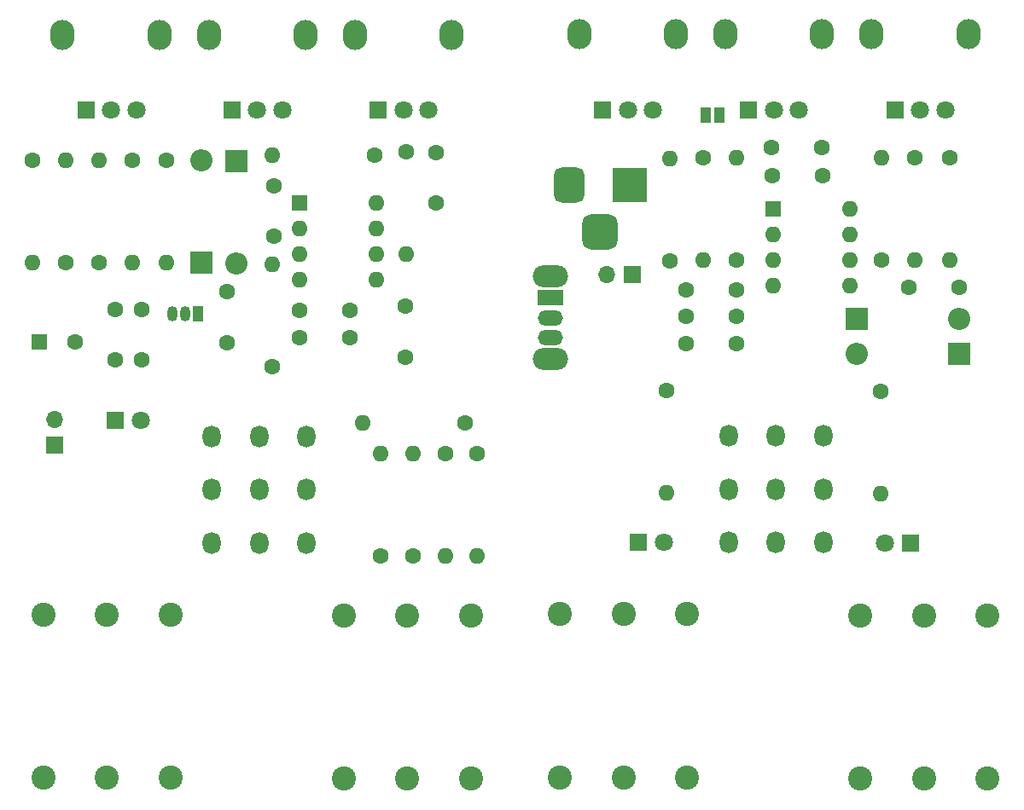
<source format=gbr>
%TF.GenerationSoftware,KiCad,Pcbnew,8.0.3*%
%TF.CreationDate,2024-10-06T14:44:46+03:00*%
%TF.ProjectId,DistorsionPedals,44697374-6f72-4736-996f-6e506564616c,rev?*%
%TF.SameCoordinates,Original*%
%TF.FileFunction,Soldermask,Top*%
%TF.FilePolarity,Negative*%
%FSLAX46Y46*%
G04 Gerber Fmt 4.6, Leading zero omitted, Abs format (unit mm)*
G04 Created by KiCad (PCBNEW 8.0.3) date 2024-10-06 14:44:46*
%MOMM*%
%LPD*%
G01*
G04 APERTURE LIST*
G04 Aperture macros list*
%AMRoundRect*
0 Rectangle with rounded corners*
0 $1 Rounding radius*
0 $2 $3 $4 $5 $6 $7 $8 $9 X,Y pos of 4 corners*
0 Add a 4 corners polygon primitive as box body*
4,1,4,$2,$3,$4,$5,$6,$7,$8,$9,$2,$3,0*
0 Add four circle primitives for the rounded corners*
1,1,$1+$1,$2,$3*
1,1,$1+$1,$4,$5*
1,1,$1+$1,$6,$7*
1,1,$1+$1,$8,$9*
0 Add four rect primitives between the rounded corners*
20,1,$1+$1,$2,$3,$4,$5,0*
20,1,$1+$1,$4,$5,$6,$7,0*
20,1,$1+$1,$6,$7,$8,$9,0*
20,1,$1+$1,$8,$9,$2,$3,0*%
G04 Aperture macros list end*
%ADD10R,3.500000X3.500000*%
%ADD11RoundRect,0.750000X-0.750000X-1.000000X0.750000X-1.000000X0.750000X1.000000X-0.750000X1.000000X0*%
%ADD12RoundRect,0.875000X-0.875000X-0.875000X0.875000X-0.875000X0.875000X0.875000X-0.875000X0.875000X0*%
%ADD13O,1.800000X2.200000*%
%ADD14C,2.400000*%
%ADD15R,1.700000X1.700000*%
%ADD16O,1.700000X1.700000*%
%ADD17C,1.600000*%
%ADD18O,1.600000X1.600000*%
%ADD19O,2.400000X3.000000*%
%ADD20R,1.800000X1.800000*%
%ADD21C,1.800000*%
%ADD22R,2.200000X2.200000*%
%ADD23O,2.200000X2.200000*%
%ADD24R,1.050000X1.500000*%
%ADD25O,1.050000X1.500000*%
%ADD26R,1.600000X1.600000*%
%ADD27O,3.500000X2.200000*%
%ADD28R,2.500000X1.500000*%
%ADD29O,2.500000X1.500000*%
%ADD30R,1.000000X1.500000*%
G04 APERTURE END LIST*
D10*
%TO.C,J1*%
X97212479Y-93299589D03*
D11*
X91212479Y-93299589D03*
D12*
X94212479Y-97999589D03*
%TD*%
D13*
%TO.C,SW1*%
X55731157Y-118254446D03*
X60431157Y-118254446D03*
X65131157Y-118254446D03*
X55731157Y-123554446D03*
X60431157Y-123554446D03*
X65131157Y-123554446D03*
X55731157Y-128854446D03*
X60431157Y-128854446D03*
X65131157Y-128854446D03*
%TD*%
D14*
%TO.C,J2*%
X81431157Y-136054446D03*
X81431157Y-152254446D03*
X68831157Y-152254446D03*
X68831157Y-136054446D03*
X75131157Y-152254446D03*
X75131157Y-136054446D03*
%TD*%
D15*
%TO.C,J2*%
X40156157Y-119104446D03*
D16*
X40156157Y-116564446D03*
%TD*%
D17*
%TO.C,R10*%
X72431157Y-130154446D03*
D18*
X72431157Y-119994446D03*
%TD*%
D17*
%TO.C,C1*%
X48731157Y-110654446D03*
X48731157Y-105654446D03*
%TD*%
D19*
%TO.C,RV2*%
X55431157Y-78379446D03*
X65031157Y-78379446D03*
D20*
X57731157Y-85879446D03*
D21*
X60231157Y-85879446D03*
X62731157Y-85879446D03*
%TD*%
D17*
%TO.C,R7*%
X61691157Y-111354446D03*
D18*
X61691157Y-101194446D03*
%TD*%
D17*
%TO.C,R6*%
X47831157Y-90854446D03*
D18*
X47831157Y-101014446D03*
%TD*%
D17*
%TO.C,C3*%
X64441157Y-108464446D03*
X69441157Y-108464446D03*
%TD*%
%TO.C,R8*%
X51191157Y-90864446D03*
D18*
X51191157Y-101024446D03*
%TD*%
D22*
%TO.C,D2*%
X58171157Y-90924446D03*
D23*
X58171157Y-101084446D03*
%TD*%
D17*
%TO.C,C7*%
X64411157Y-105754446D03*
X69411157Y-105754446D03*
%TD*%
D24*
%TO.C,Q1*%
X54331157Y-106054446D03*
D25*
X53061157Y-106054446D03*
X51791157Y-106054446D03*
%TD*%
D20*
%TO.C,D3*%
X46131157Y-116654446D03*
D21*
X48671157Y-116654446D03*
%TD*%
D19*
%TO.C,RV1*%
X40931157Y-78379446D03*
X50531157Y-78379446D03*
D20*
X43231157Y-85879446D03*
D21*
X45731157Y-85879446D03*
X48231157Y-85879446D03*
%TD*%
D17*
%TO.C,R3*%
X44531157Y-101034446D03*
D18*
X44531157Y-90874446D03*
%TD*%
D17*
%TO.C,R5*%
X37931157Y-90874446D03*
D18*
X37931157Y-101034446D03*
%TD*%
D14*
%TO.C,J1*%
X39031157Y-152154446D03*
X39031157Y-135954446D03*
X51631157Y-135954446D03*
X51631157Y-152154446D03*
X45331157Y-135954446D03*
X45331157Y-152154446D03*
%TD*%
D17*
%TO.C,R4*%
X41231157Y-101034446D03*
D18*
X41231157Y-90874446D03*
%TD*%
D17*
%TO.C,C9*%
X78011157Y-90064446D03*
X78011157Y-95064446D03*
%TD*%
D19*
%TO.C,RV3*%
X69931157Y-78379446D03*
X79531157Y-78379446D03*
D20*
X72231157Y-85879446D03*
D21*
X74731157Y-85879446D03*
X77231157Y-85879446D03*
%TD*%
D17*
%TO.C,R9*%
X71881157Y-90344446D03*
D18*
X61721157Y-90344446D03*
%TD*%
D17*
%TO.C,R1*%
X75651157Y-130124446D03*
D18*
X75651157Y-119964446D03*
%TD*%
D17*
%TO.C,R11*%
X75031157Y-90034446D03*
D18*
X75031157Y-100194446D03*
%TD*%
D17*
%TO.C,R12*%
X80871157Y-116914446D03*
D18*
X70711157Y-116914446D03*
%TD*%
D26*
%TO.C,C2*%
X38631157Y-108854446D03*
D17*
X42131157Y-108854446D03*
%TD*%
%TO.C,C6*%
X61861157Y-98424446D03*
X61861157Y-93424446D03*
%TD*%
D22*
%TO.C,D1*%
X54651157Y-101054446D03*
D23*
X54651157Y-90894446D03*
%TD*%
D17*
%TO.C,C8*%
X74891157Y-110374446D03*
X74891157Y-105374446D03*
%TD*%
%TO.C,C5*%
X57271157Y-103934446D03*
X57271157Y-108934446D03*
%TD*%
D26*
%TO.C,U1*%
X64461157Y-95054446D03*
D18*
X64461157Y-97594446D03*
X64461157Y-100134446D03*
X64461157Y-102674446D03*
X72081157Y-102674446D03*
X72081157Y-100134446D03*
X72081157Y-97594446D03*
X72081157Y-95054446D03*
%TD*%
D17*
%TO.C,R13*%
X82031157Y-119974446D03*
D18*
X82031157Y-130134446D03*
%TD*%
D17*
%TO.C,C4*%
X46131157Y-105654446D03*
X46131157Y-110654446D03*
%TD*%
%TO.C,R2*%
X78891157Y-119994446D03*
D18*
X78891157Y-130154446D03*
%TD*%
D27*
%TO.C,SW1*%
X89312479Y-102399589D03*
X89312479Y-110599589D03*
D28*
X89312479Y-104499589D03*
D29*
X89312479Y-106499589D03*
X89312479Y-108499589D03*
%TD*%
D14*
%TO.C,J2*%
X132687351Y-136024716D03*
X132687351Y-152224716D03*
X120087351Y-152224716D03*
X120087351Y-136024716D03*
X126387351Y-152224716D03*
X126387351Y-136024716D03*
%TD*%
D17*
%TO.C,R6*%
X128912479Y-90619589D03*
D18*
X128912479Y-100779589D03*
%TD*%
D19*
%TO.C,RV3*%
X121187351Y-78349716D03*
X130787351Y-78349716D03*
D20*
X123487351Y-85849716D03*
D21*
X125987351Y-85849716D03*
X128487351Y-85849716D03*
%TD*%
D14*
%TO.C,J1*%
X90287351Y-152124716D03*
X90287351Y-135924716D03*
X102887351Y-135924716D03*
X102887351Y-152124716D03*
X96587351Y-135924716D03*
X96587351Y-152124716D03*
%TD*%
D17*
%TO.C,R7*%
X122112479Y-113839589D03*
D18*
X122112479Y-123999589D03*
%TD*%
D17*
%TO.C,C2*%
X111312479Y-92399589D03*
X116312479Y-92399589D03*
%TD*%
%TO.C,R8*%
X100812479Y-113719589D03*
D18*
X100812479Y-123879589D03*
%TD*%
D20*
%TO.C,D3*%
X125052479Y-128899589D03*
D21*
X122512479Y-128899589D03*
%TD*%
D19*
%TO.C,RV2*%
X106687351Y-78349716D03*
X116287351Y-78349716D03*
D20*
X108987351Y-85849716D03*
D21*
X111487351Y-85849716D03*
X113987351Y-85849716D03*
%TD*%
D17*
%TO.C,R3*%
X101212479Y-100819589D03*
D18*
X101212479Y-90659589D03*
%TD*%
D22*
%TO.C,D2*%
X119712479Y-106599589D03*
D23*
X129872479Y-106599589D03*
%TD*%
D13*
%TO.C,SW2*%
X106987351Y-118224716D03*
X111687351Y-118224716D03*
X116387351Y-118224716D03*
X106987351Y-123524716D03*
X111687351Y-123524716D03*
X116387351Y-123524716D03*
X106987351Y-128824716D03*
X111687351Y-128824716D03*
X116387351Y-128824716D03*
%TD*%
D17*
%TO.C,C3*%
X116212479Y-89599589D03*
X111212479Y-89599589D03*
%TD*%
D26*
%TO.C,U1*%
X111412479Y-95699589D03*
D18*
X111412479Y-98239589D03*
X111412479Y-100779589D03*
X111412479Y-103319589D03*
X119032479Y-103319589D03*
X119032479Y-100779589D03*
X119032479Y-98239589D03*
X119032479Y-95699589D03*
%TD*%
D15*
%TO.C,J2*%
X97412479Y-102199589D03*
D16*
X94872479Y-102199589D03*
%TD*%
D17*
%TO.C,C6*%
X129912479Y-103479589D03*
X124912479Y-103479589D03*
%TD*%
%TO.C,C1*%
X102812479Y-103699589D03*
X107812479Y-103699589D03*
%TD*%
D19*
%TO.C,RV1*%
X92187351Y-78349716D03*
X101787351Y-78349716D03*
D20*
X94487351Y-85849716D03*
D21*
X96987351Y-85849716D03*
X99487351Y-85849716D03*
%TD*%
D17*
%TO.C,R5*%
X125512479Y-90599589D03*
D18*
X125512479Y-100759589D03*
%TD*%
D17*
%TO.C,C4*%
X107752479Y-106349589D03*
X102752479Y-106349589D03*
%TD*%
D22*
%TO.C,D1*%
X129892479Y-110099589D03*
D23*
X119732479Y-110099589D03*
%TD*%
D17*
%TO.C,R1*%
X107812479Y-100779589D03*
D18*
X107812479Y-90619589D03*
%TD*%
D30*
%TO.C,JP1*%
X106062479Y-86399589D03*
X104762479Y-86399589D03*
%TD*%
D17*
%TO.C,C5*%
X107812479Y-109039589D03*
X102812479Y-109039589D03*
%TD*%
%TO.C,R4*%
X122212479Y-100779589D03*
D18*
X122212479Y-90619589D03*
%TD*%
D20*
%TO.C,D4*%
X98012479Y-128799589D03*
D21*
X100552479Y-128799589D03*
%TD*%
D17*
%TO.C,R2*%
X104512479Y-90619589D03*
D18*
X104512479Y-100779589D03*
%TD*%
M02*

</source>
